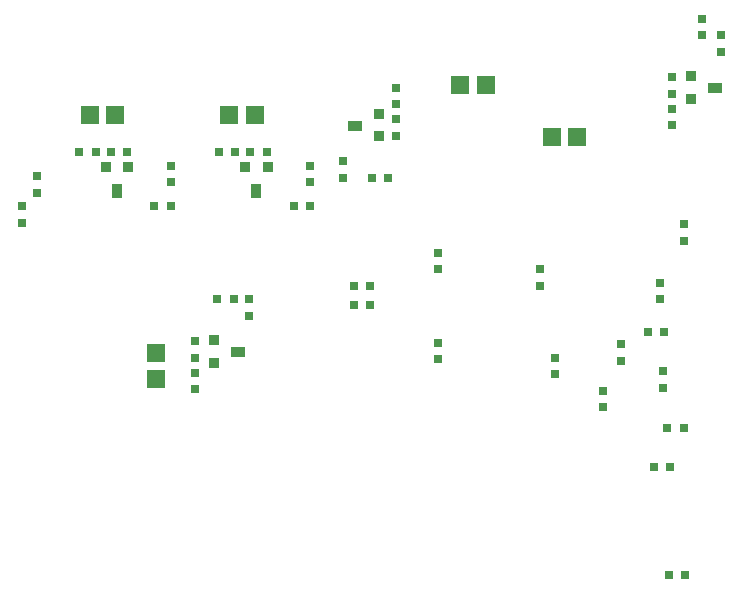
<source format=gbp>
*%FSLAX23Y23*%
*%MOIN*%
G01*
%ADD11C,0.001*%
%ADD12C,0.006*%
%ADD13C,0.007*%
%ADD14C,0.007*%
%ADD15C,0.008*%
%ADD16C,0.010*%
%ADD17C,0.012*%
%ADD18C,0.015*%
%ADD19C,0.020*%
%ADD20C,0.030*%
%ADD21C,0.040*%
%ADD22C,0.048*%
%ADD23C,0.060*%
%ADD24C,0.068*%
%ADD25C,0.070*%
%ADD26C,0.080*%
%ADD27C,0.088*%
%ADD28C,0.120*%
%ADD29C,0.140*%
%ADD30C,0.148*%
%ADD31C,0.180*%
%ADD32R,0.005X0.005*%
%ADD33R,0.009X0.009*%
%ADD34R,0.010X0.010*%
%ADD35R,0.015X0.015*%
%ADD36R,0.019X0.019*%
%ADD37R,0.020X0.020*%
%ADD38R,0.025X0.025*%
%ADD39R,0.029X0.029*%
%ADD40R,0.030X0.030*%
%ADD41R,0.030X0.030*%
%ADD42R,0.034X0.034*%
%ADD43R,0.035X0.035*%
%ADD44R,0.035X0.035*%
%ADD45R,0.035X0.050*%
%ADD46R,0.038X0.038*%
%ADD47R,0.039X0.039*%
%ADD48R,0.040X0.040*%
%ADD49R,0.043X0.043*%
%ADD50R,0.043X0.058*%
%ADD51R,0.045X0.045*%
%ADD52R,0.049X0.049*%
%ADD53R,0.050X0.035*%
%ADD54R,0.050X0.050*%
%ADD55R,0.055X0.055*%
%ADD56R,0.058X0.043*%
%ADD57R,0.059X0.059*%
%ADD58R,0.060X0.050*%
%ADD59R,0.060X0.060*%
%ADD60R,0.060X0.060*%
%ADD61R,0.065X0.065*%
%ADD62R,0.068X0.058*%
%ADD63R,0.068X0.068*%
%ADD64R,0.070X0.070*%
%ADD65R,0.075X0.075*%
%ADD66R,0.079X0.079*%
%ADD67R,0.080X0.080*%
%ADD68R,0.085X0.085*%
%ADD69R,0.090X0.090*%
%ADD70R,0.095X0.095*%
%ADD71R,0.105X0.105*%
%ADD72R,0.115X0.115*%
%ADD73R,0.120X0.120*%
%ADD74R,0.125X0.125*%
%ADD75R,0.140X0.140*%
%ADD76R,0.155X0.155*%
%ADD77R,0.185X0.185*%
D40*
X11185Y6897D02*
D03*
X11240D02*
D03*
X11180Y7387D02*
D03*
X11235D02*
D03*
X11155Y7817D02*
D03*
Y7872D02*
D03*
X9080Y8227D02*
D03*
Y8172D02*
D03*
X10415Y7672D02*
D03*
X11025Y7667D02*
D03*
X10755Y7917D02*
D03*
X11025Y7612D02*
D03*
X9030Y8072D02*
D03*
Y8127D02*
D03*
X10755Y7862D02*
D03*
X10415Y7617D02*
D03*
Y7917D02*
D03*
Y7972D02*
D03*
X10135Y7797D02*
D03*
X10190D02*
D03*
X10805Y7567D02*
D03*
Y7622D02*
D03*
X11165Y7522D02*
D03*
Y7577D02*
D03*
X10965Y7512D02*
D03*
Y7457D02*
D03*
X11135Y7257D02*
D03*
X11190D02*
D03*
X9685Y8307D02*
D03*
X9740D02*
D03*
X9935Y8127D02*
D03*
X9990D02*
D03*
X9845Y8307D02*
D03*
X9790D02*
D03*
X9990Y8262D02*
D03*
Y8207D02*
D03*
X9220Y8307D02*
D03*
X9275D02*
D03*
X9380D02*
D03*
X9325D02*
D03*
X9470Y8127D02*
D03*
X9525D02*
D03*
Y8262D02*
D03*
Y8207D02*
D03*
X9605Y7677D02*
D03*
Y7622D02*
D03*
Y7517D02*
D03*
Y7572D02*
D03*
X10275Y8362D02*
D03*
Y8417D02*
D03*
Y8467D02*
D03*
Y8522D02*
D03*
X10100Y8277D02*
D03*
Y8222D02*
D03*
X10250D02*
D03*
X10195D02*
D03*
X11295Y8752D02*
D03*
Y8697D02*
D03*
X11360Y8642D02*
D03*
Y8697D02*
D03*
X11195Y8557D02*
D03*
Y8502D02*
D03*
Y8452D02*
D03*
Y8397D02*
D03*
X9680Y7817D02*
D03*
X9735D02*
D03*
X11170Y7707D02*
D03*
X11115D02*
D03*
X10135Y7862D02*
D03*
X10190D02*
D03*
X9785Y7762D02*
D03*
Y7817D02*
D03*
X11235Y8067D02*
D03*
Y8012D02*
D03*
D43*
X9848Y8257D02*
D03*
X9772D02*
D03*
X9308D02*
D03*
X9382D02*
D03*
X9670Y7680D02*
D03*
Y7604D02*
D03*
X10220Y8434D02*
D03*
Y8360D02*
D03*
X11260Y8560D02*
D03*
Y8484D02*
D03*
D45*
X9810Y8177D02*
D03*
X9346D02*
D03*
D53*
X9750Y7642D02*
D03*
X10140Y8396D02*
D03*
X11340Y8522D02*
D03*
D59*
X9805Y8432D02*
D03*
X9720D02*
D03*
X9340D02*
D03*
X9255D02*
D03*
X9475Y7552D02*
D03*
Y7637D02*
D03*
X10575Y8532D02*
D03*
X10490D02*
D03*
X10880Y8357D02*
D03*
X10795D02*
D03*
M02*

</source>
